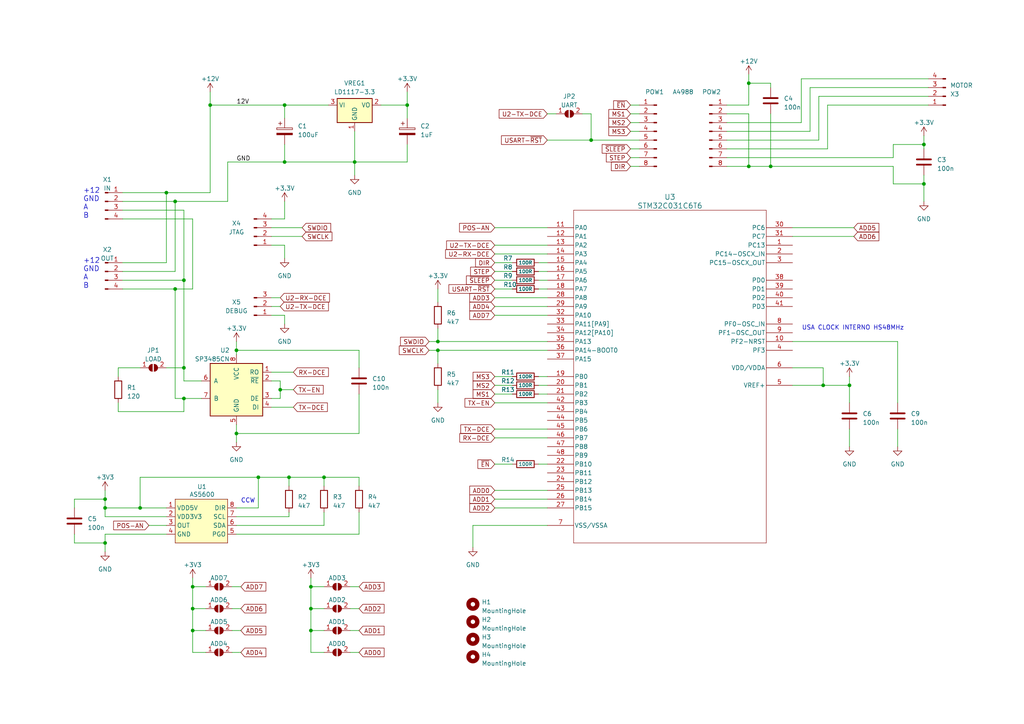
<source format=kicad_sch>
(kicad_sch (version 20230121) (generator eeschema)
  (paper "A4")
  (title_block (title "DRIVER NEMA17") (date "2024-03-25") (company "PROGETTI di Frisoni Emanuele"))
  (lib_symbols
    (symbol "Connector:Conn_01x03_Pin" (pin_names (offset 1.016) hide)
      (property "Reference" "J" (at 0 5.08 0))
      (property "Value" "Conn_01x03_Pin" (at 0 -5.08 0))
      (symbol "Conn_01x03_Pin_1_1"
        (polyline (pts (xy 1.27 -2.54) (xy 0.8636 -2.54)) (stroke (width 0.1524)))
        (polyline (pts (xy 1.27 0) (xy 0.8636 0)) (stroke (width 0.1524)))
        (polyline (pts (xy 1.27 2.54) (xy 0.8636 2.54)) (stroke (width 0.1524)))
        (rectangle (start 0.8636 -2.413) (end 0 -2.667) (stroke (width 0.1524)) (fill (type outline)))
        (rectangle (start 0.8636 0.127) (end 0 -0.127) (stroke (width 0.1524)) (fill (type outline)))
        (rectangle (start 0.8636 2.667) (end 0 2.413) (stroke (width 0.1524)) (fill (type outline)))
        (pin passive line (at 5.08 2.54 180) (length 3.81) (name "Pin_1") (number "1"))
        (pin passive line (at 5.08 0 180) (length 3.81) (name "Pin_2") (number "2"))
        (pin passive line (at 5.08 -2.54 180) (length 3.81) (name "Pin_3") (number "3"))
      )
    )
    (symbol "Connector:Conn_01x04_Pin" (pin_names (offset 1.016) hide)
      (property "Reference" "J" (at 0 5.08 0))
      (property "Value" "Conn_01x04_Pin" (at 0 -7.62 0))
      (symbol "Conn_01x04_Pin_1_1"
        (polyline (pts (xy 1.27 -5.08) (xy 0.8636 -5.08)) (stroke (width 0.1524)))
        (polyline (pts (xy 1.27 -2.54) (xy 0.8636 -2.54)) (stroke (width 0.1524)))
        (polyline (pts (xy 1.27 0) (xy 0.8636 0)) (stroke (width 0.1524)))
        (polyline (pts (xy 1.27 2.54) (xy 0.8636 2.54)) (stroke (width 0.1524)))
        (rectangle (start 0.8636 -4.953) (end 0 -5.207) (stroke (width 0.1524)) (fill (type outline)))
        (rectangle (start 0.8636 -2.413) (end 0 -2.667) (stroke (width 0.1524)) (fill (type outline)))
        (rectangle (start 0.8636 0.127) (end 0 -0.127) (stroke (width 0.1524)) (fill (type outline)))
        (rectangle (start 0.8636 2.667) (end 0 2.413) (stroke (width 0.1524)) (fill (type outline)))
        (pin passive line (at 5.08 2.54 180) (length 3.81) (name "Pin_1") (number "1"))
        (pin passive line (at 5.08 0 180) (length 3.81) (name "Pin_2") (number "2"))
        (pin passive line (at 5.08 -2.54 180) (length 3.81) (name "Pin_3") (number "3"))
        (pin passive line (at 5.08 -5.08 180) (length 3.81) (name "Pin_4") (number "4"))
      )
    )
    (symbol "Connector:Conn_01x08_Pin" (pin_names (offset 1.016) hide)
      (property "Reference" "J" (at 0 10.16 0))
      (property "Value" "Conn_01x08_Pin" (at 0 -12.7 0))
      (symbol "Conn_01x08_Pin_1_1"
        (polyline (pts (xy 1.27 -10.16) (xy 0.8636 -10.16)) (stroke (width 0.1524)))
        (polyline (pts (xy 1.27 -7.62) (xy 0.8636 -7.62)) (stroke (width 0.1524)))
        (polyline (pts (xy 1.27 -5.08) (xy 0.8636 -5.08)) (stroke (width 0.1524)))
        (polyline (pts (xy 1.27 -2.54) (xy 0.8636 -2.54)) (stroke (width 0.1524)))
        (polyline (pts (xy 1.27 0) (xy 0.8636 0)) (stroke (width 0.1524)))
        (polyline (pts (xy 1.27 2.54) (xy 0.8636 2.54)) (stroke (width 0.1524)))
        (polyline (pts (xy 1.27 5.08) (xy 0.8636 5.08)) (stroke (width 0.1524)))
        (polyline (pts (xy 1.27 7.62) (xy 0.8636 7.62)) (stroke (width 0.1524)))
        (rectangle (start 0.8636 -10.033) (end 0 -10.287) (stroke (width 0.1524)) (fill (type outline)))
        (rectangle (start 0.8636 -7.493) (end 0 -7.747) (stroke (width 0.1524)) (fill (type outline)))
        (rectangle (start 0.8636 -4.953) (end 0 -5.207) (stroke (width 0.1524)) (fill (type outline)))
        (rectangle (start 0.8636 -2.413) (end 0 -2.667) (stroke (width 0.1524)) (fill (type outline)))
        (rectangle (start 0.8636 0.127) (end 0 -0.127) (stroke (width 0.1524)) (fill (type outline)))
        (rectangle (start 0.8636 2.667) (end 0 2.413) (stroke (width 0.1524)) (fill (type outline)))
        (rectangle (start 0.8636 5.207) (end 0 4.953) (stroke (width 0.1524)) (fill (type outline)))
        (rectangle (start 0.8636 7.747) (end 0 7.493) (stroke (width 0.1524)) (fill (type outline)))
        (pin passive line (at 5.08 7.62 180) (length 3.81) (name "Pin_1") (number "1"))
        (pin passive line (at 5.08 5.08 180) (length 3.81) (name "Pin_2") (number "2"))
        (pin passive line (at 5.08 2.54 180) (length 3.81) (name "Pin_3") (number "3"))
        (pin passive line (at 5.08 0 180) (length 3.81) (name "Pin_4") (number "4"))
        (pin passive line (at 5.08 -2.54 180) (length 3.81) (name "Pin_5") (number "5"))
        (pin passive line (at 5.08 -5.08 180) (length 3.81) (name "Pin_6") (number "6"))
        (pin passive line (at 5.08 -7.62 180) (length 3.81) (name "Pin_7") (number "7"))
        (pin passive line (at 5.08 -10.16 180) (length 3.81) (name "Pin_8") (number "8"))
      )
    )
    (symbol "Device:C" (pin_numbers hide) (pin_names (offset 0.254))
      (property "Reference" "C" (at 0.635 2.54 0))
      (property "Value" "C" (at 0.635 -2.54 0))
      (symbol "C_0_1"
        (polyline (pts (xy -2.032 -0.762) (xy 2.032 -0.762)) (stroke (width 0.508)))
        (polyline (pts (xy -2.032 0.762) (xy 2.032 0.762)) (stroke (width 0.508)))
      )
      (symbol "C_1_1"
        (pin passive line (at 0 3.81 270) (length 2.794) (name "~") (number "1"))
        (pin passive line (at 0 -3.81 90) (length 2.794) (name "~") (number "2"))
      )
    )
    (symbol "Device:C_Polarized" (pin_numbers hide) (pin_names (offset 0.254))
      (property "Reference" "C" (at 0.635 2.54 0))
      (property "Value" "C_Polarized" (at 0.635 -2.54 0))
      (symbol "C_Polarized_0_1"
        (rectangle (start -2.286 0.508) (end 2.286 1.016))
        (polyline (pts (xy -1.778 2.286) (xy -0.762 2.286)))
        (polyline (pts (xy -1.27 2.794) (xy -1.27 1.778)))
        (rectangle (start 2.286 -0.508) (end -2.286 -1.016) (fill (type outline)))
      )
      (symbol "C_Polarized_1_1"
        (pin passive line (at 0 3.81 270) (length 2.794) (name "~") (number "1"))
        (pin passive line (at 0 -3.81 90) (length 2.794) (name "~") (number "2"))
      )
    )
    (symbol "Device:R" (pin_numbers hide) (pin_names (offset 0))
      (property "Reference" "R" (at 2.032 0 90))
      (property "Value" "R" (at 0 0 90))
      (symbol "R_0_1"
        (rectangle (start -1.016 -2.54) (end 1.016 2.54) (stroke (width 0.254)))
      )
      (symbol "R_1_1"
        (pin passive line (at 0 3.81 270) (length 1.27) (name "~") (number "1"))
        (pin passive line (at 0 -3.81 90) (length 1.27) (name "~") (number "2"))
      )
    )
    (symbol "Interface_UART:SP3485CN" (pin_names (offset 1.016))
      (property "Reference" "U" (at -7.62 8.89 0))
      (property "Value" "SP3485CN" (at 2.54 8.89 0))
      (symbol "SP3485CN_0_1"
        (rectangle (start -7.62 7.62) (end 7.62 -7.62) (stroke (width 0.254)) (fill (type background)))
      )
      (symbol "SP3485CN_1_1"
        (pin output line (at -10.16 5.08 0) (length 2.54) (name "RO") (number "1"))
        (pin input line (at -10.16 2.54 0) (length 2.54) (name "~{RE}") (number "2"))
        (pin input line (at -10.16 -2.54 0) (length 2.54) (name "DE") (number "3"))
        (pin input line (at -10.16 -5.08 0) (length 2.54) (name "DI") (number "4"))
        (pin power_in line (at 0 -10.16 90) (length 2.54) (name "GND") (number "5"))
        (pin bidirectional line (at 10.16 2.54 180) (length 2.54) (name "A") (number "6"))
        (pin bidirectional line (at 10.16 -2.54 180) (length 2.54) (name "B") (number "7"))
        (pin power_in line (at 0 10.16 270) (length 2.54) (name "VCC") (number "8"))
      )
    )
    (symbol "Jumper:SolderJumper_2_Open" (pin_names (offset 0) hide)
      (property "Reference" "JP" (at 0 2.032 0))
      (property "Value" "SolderJumper_2_Open" (at 0 -2.54 0))
      (symbol "SolderJumper_2_Open_0_1"
        (arc (start -0.254 1.016) (mid -1.2656 0) (end -0.254 -1.016))
        (arc (start -0.254 1.016) (mid -1.2656 0) (end -0.254 -1.016) (fill (type outline)))
        (polyline (pts (xy -0.254 1.016) (xy -0.254 -1.016)))
        (polyline (pts (xy 0.254 1.016) (xy 0.254 -1.016)))
        (arc (start 0.254 -1.016) (mid 1.2656 0) (end 0.254 1.016))
        (arc (start 0.254 -1.016) (mid 1.2656 0) (end 0.254 1.016) (fill (type outline)))
      )
      (symbol "SolderJumper_2_Open_1_1"
        (pin passive line (at -3.81 0 0) (length 2.54) (name "A") (number "1"))
        (pin passive line (at 3.81 0 180) (length 2.54) (name "B") (number "2"))
      )
    )
    (symbol "Mechanical:MountingHole" (pin_names (offset 1.016))
      (property "Reference" "H" (at 0 5.08 0))
      (property "Value" "MountingHole" (at 0 3.175 0))
      (symbol "MountingHole_0_1"
        (circle (center 0 0) (radius 1.27) (stroke (width 1.27)))
      )
    )
    (symbol "MyLib:AS5600"
      (property "Reference" "U1" (at 0.1524 8.6868 0))
      (property "Value" "AS5600" (at 0.2032 6.4516 0))
      (symbol "AS5600_1_1"
        (polyline (pts (xy -7.62 5.08) (xy 7.62 5.08) (xy 7.62 -7.62) (xy -7.62 -7.62) (xy -7.62 5.08) (xy -7.62 5.08)) (fill (type background)))
        (pin input line (at -10.16 2.54 0) (length 2.54) (name "VDD5V") (number "1"))
        (pin input line (at -10.16 0 0) (length 2.54) (name "VDD3V3") (number "2"))
        (pin input line (at -10.16 -2.54 0) (length 2.54) (name "OUT") (number "3"))
        (pin input line (at -10.16 -5.08 0) (length 2.54) (name "GND") (number "4"))
        (pin input line (at 10.16 -5.08 180) (length 2.54) (name "PGO") (number "5"))
        (pin input line (at 10.16 -2.54 180) (length 2.54) (name "SDA") (number "6"))
        (pin input line (at 10.16 0 180) (length 2.54) (name "SCL") (number "7"))
        (pin input line (at 10.16 2.54 180) (length 2.54) (name "DIR") (number "8"))
      )
    )
    (symbol "MyLib:STM32C031C6T6" (pin_names (offset 0.254))
      (property "Reference" "U" (at 35.56 10.16 0))
      (property "Value" "STM32C031C6T6" (at 35.56 7.62 0))
      (symbol "STM32C031C6T6_0_1"
        (polyline (pts (xy 7.62 -91.44) (xy 63.5 -91.44)) (stroke (width 0.127)))
        (polyline (pts (xy 7.62 5.08) (xy 7.62 -91.44)) (stroke (width 0.127)))
        (polyline (pts (xy 63.5 -91.44) (xy 63.5 5.08)) (stroke (width 0.127)))
        (polyline (pts (xy 63.5 5.08) (xy 7.62 5.08)) (stroke (width 0.127)))
        (pin bidirectional line (at 71.12 -5.08 180) (length 7.62) (name "PC13") (number "1"))
        (pin bidirectional line (at 71.12 -33.02 180) (length 7.62) (name "PF2-NRST") (number "10"))
        (pin bidirectional line (at 0 0 0) (length 7.62) (name "PA0") (number "11"))
        (pin bidirectional line (at 0 -2.54 0) (length 7.62) (name "PA1") (number "12"))
        (pin bidirectional line (at 0 -5.08 0) (length 7.62) (name "PA2") (number "13"))
        (pin bidirectional line (at 0 -7.62 0) (length 7.62) (name "PA3") (number "14"))
        (pin bidirectional line (at 0 -10.16 0) (length 7.62) (name "PA4") (number "15"))
        (pin bidirectional line (at 0 -12.7 0) (length 7.62) (name "PA5") (number "16"))
        (pin bidirectional line (at 0 -15.24 0) (length 7.62) (name "PA6") (number "17"))
        (pin bidirectional line (at 0 -17.78 0) (length 7.62) (name "PA7") (number "18"))
        (pin bidirectional line (at 0 -43.18 0) (length 7.62) (name "PB0") (number "19"))
        (pin bidirectional line (at 71.12 -7.62 180) (length 7.62) (name "PC14-OSCX_IN") (number "2"))
        (pin bidirectional line (at 0 -45.72 0) (length 7.62) (name "PB1") (number "20"))
        (pin bidirectional line (at 0 -48.26 0) (length 7.62) (name "PB2") (number "21"))
        (pin bidirectional line (at 0 -68.58 0) (length 7.62) (name "PB10") (number "22"))
        (pin bidirectional line (at 0 -71.12 0) (length 7.62) (name "PB11") (number "23"))
        (pin bidirectional line (at 0 -73.66 0) (length 7.62) (name "PB12") (number "24"))
        (pin bidirectional line (at 0 -76.2 0) (length 7.62) (name "PB13") (number "25"))
        (pin bidirectional line (at 0 -78.74 0) (length 7.62) (name "PB14") (number "26"))
        (pin bidirectional line (at 0 -81.28 0) (length 7.62) (name "PB15") (number "27"))
        (pin bidirectional line (at 0 -20.32 0) (length 7.62) (name "PA8") (number "28"))
        (pin bidirectional line (at 0 -22.86 0) (length 7.62) (name "PA9") (number "29"))
        (pin bidirectional line (at 71.12 -10.16 180) (length 7.62) (name "PC15-OSCX_OUT") (number "3"))
        (pin bidirectional line (at 71.12 0 180) (length 7.62) (name "PC6") (number "30"))
        (pin bidirectional line (at 71.12 -2.54 180) (length 7.62) (name "PC7") (number "31"))
        (pin bidirectional line (at 0 -25.4 0) (length 7.62) (name "PA10") (number "32"))
        (pin bidirectional line (at 0 -27.94 0) (length 7.62) (name "PA11[PA9]") (number "33"))
        (pin bidirectional line (at 0 -30.48 0) (length 7.62) (name "PA12[PA10]") (number "34"))
        (pin bidirectional line (at 0 -33.02 0) (length 7.62) (name "PA13") (number "35"))
        (pin bidirectional line (at 0 -35.56 0) (length 7.62) (name "PA14-BOOT0") (number "36"))
        (pin bidirectional line (at 0 -38.1 0) (length 7.62) (name "PA15") (number "37"))
        (pin bidirectional line (at 71.12 -15.24 180) (length 7.62) (name "PD0") (number "38"))
        (pin bidirectional line (at 71.12 -17.78 180) (length 7.62) (name "PD1") (number "39"))
        (pin bidirectional line (at 71.12 -35.56 180) (length 7.62) (name "PF3") (number "4"))
        (pin bidirectional line (at 71.12 -20.32 180) (length 7.62) (name "PD2") (number "40"))
        (pin bidirectional line (at 71.12 -22.86 180) (length 7.62) (name "PD3") (number "41"))
        (pin bidirectional line (at 0 -50.8 0) (length 7.62) (name "PB3") (number "42"))
        (pin bidirectional line (at 0 -53.34 0) (length 7.62) (name "PB4") (number "43"))
        (pin bidirectional line (at 0 -55.88 0) (length 7.62) (name "PB5") (number "44"))
        (pin bidirectional line (at 0 -58.42 0) (length 7.62) (name "PB6") (number "45"))
        (pin bidirectional line (at 0 -60.96 0) (length 7.62) (name "PB7") (number "46"))
        (pin bidirectional line (at 0 -63.5 0) (length 7.62) (name "PB8") (number "47"))
        (pin bidirectional line (at 0 -66.04 0) (length 7.62) (name "PB9") (number "48"))
        (pin power_in line (at 71.12 -45.72 180) (length 7.62) (name "VREF+") (number "5"))
        (pin power_in line (at 71.12 -40.64 180) (length 7.62) (name "VDD/VDDA") (number "6"))
        (pin power_in line (at 0 -86.36 0) (length 7.62) (name "VSS/VSSA") (number "7"))
        (pin bidirectional line (at 71.12 -27.94 180) (length 7.62) (name "PF0-OSC_IN") (number "8"))
        (pin bidirectional line (at 71.12 -30.48 180) (length 7.62) (name "PF1-OSC_OUT") (number "9"))
      )
    )
    (symbol "Regulator_Linear:AMS1117-3.3"
      (property "Reference" "U" (at -3.81 3.175 0))
      (property "Value" "AMS1117-3.3" (at 0 3.175 0))
      (symbol "AMS1117-3.3_0_1"
        (rectangle (start -5.08 -5.08) (end 5.08 1.905) (stroke (width 0.254)) (fill (type background)))
      )
      (symbol "AMS1117-3.3_1_1"
        (pin power_in line (at 0 -7.62 90) (length 2.54) (name "GND") (number "1"))
        (pin power_out line (at 7.62 0 180) (length 2.54) (name "VO") (number "2"))
        (pin power_in line (at -7.62 0 0) (length 2.54) (name "VI") (number "3"))
      )
    )
    (symbol "power:+12V" (power) (pin_names (offset 0))
      (property "Value" "+12V" (at 0 3.556 0))
      (symbol "+12V_0_1"
        (polyline (pts (xy -0.762 1.27) (xy 0 2.54)))
        (polyline (pts (xy 0 0) (xy 0 2.54)))
        (polyline (pts (xy 0 2.54) (xy 0.762 1.27)))
      )
      (symbol "+12V_1_1"
        (pin power_in line (at 0 0 90) (length 0) hide (name "+12V") (number "1"))
      )
    )
    (symbol "power:+3.3V" (power) (pin_names (offset 0))
      (property "Value" "+3.3V" (at 0 3.556 0))
      (symbol "+3.3V_0_1"
        (polyline (pts (xy -0.762 1.27) (xy 0 2.54)))
        (polyline (pts (xy 0 0) (xy 0 2.54)))
        (polyline (pts (xy 0 2.54) (xy 0.762 1.27)))
      )
      (symbol "+3.3V_1_1"
        (pin power_in line (at 0 0 90) (length 0) hide (name "+3.3V") (number "1"))
      )
    )
    (symbol "power:+3V3" (power) (pin_names (offset 0))
      (property "Value" "+3V3" (at 0 3.556 0))
      (symbol "+3V3_0_1"
        (polyline (pts (xy -0.762 1.27) (xy 0 2.54)))
        (polyline (pts (xy 0 0) (xy 0 2.54)))
        (polyline (pts (xy 0 2.54) (xy 0.762 1.27)))
      )
      (symbol "+3V3_1_1"
        (pin power_in line (at 0 0 90) (length 0) hide (name "+3V3") (number "1"))
      )
    )
    (symbol "power:GND" (power) (pin_names (offset 0))
      (property "Value" "GND" (at 0 -3.81 0))
      (symbol "GND_0_1"
        (polyline (pts (xy 0 0) (xy 0 -1.27) (xy 1.27 -1.27) (xy 0 -2.54) (xy -1.27 -1.27) (xy 0 -1.27)))
      )
      (symbol "GND_1_1"
        (pin power_in line (at 0 0 270) (length 0) hide (name "GND") (number "1"))
      )
    )
  )
  (junction (at 127 101.6))
  (junction (at 55.88 176.53))
  (junction (at 217.17 24.13))
  (junction (at 48.26 55.88))
  (junction (at 30.48 147.32))
  (junction (at 246.38 111.76))
  (junction (at 93.98 138.43))
  (junction (at 55.88 170.18))
  (junction (at 223.52 48.26))
  (junction (at 267.97 41.91))
  (junction (at 238.76 111.76))
  (junction (at 82.55 46.99))
  (junction (at 55.88 182.88))
  (junction (at 217.17 48.26))
  (junction (at 90.17 176.53))
  (junction (at 30.48 144.78))
  (junction (at 40.64 147.32))
  (junction (at 82.55 30.48))
  (junction (at 50.8 83.82))
  (junction (at 127 99.06))
  (junction (at 102.87 46.99))
  (junction (at 171.45 40.64))
  (junction (at 53.34 106.68))
  (junction (at 81.28 113.03))
  (junction (at 53.34 115.57))
  (junction (at 90.17 182.88))
  (junction (at 118.11 30.48))
  (junction (at 83.82 138.43))
  (junction (at 53.34 81.28))
  (junction (at 68.58 125.73))
  (junction (at 267.97 53.34))
  (junction (at 60.96 30.48))
  (junction (at 74.93 138.43))
  (junction (at 90.17 170.18))
  (junction (at 50.8 58.42))
  (junction (at 30.48 157.48))
  (junction (at 68.58 101.6))
  (wire (pts (xy 104.14 140.97) (xy 104.14 138.43)))
  (wire (pts (xy 78.74 88.9) (xy 81.28 88.9)))
  (wire (pts (xy 53.34 106.68) (xy 48.26 106.68)))
  (wire (pts (xy 74.93 138.43) (xy 40.64 138.43)))
  (wire (pts (xy 171.45 33.02) (xy 171.45 40.64)))
  (wire (pts (xy 229.87 99.06) (xy 260.35 99.06)))
  (wire (pts (xy 93.98 152.4) (xy 93.98 148.59)))
  (wire (pts (xy 69.85 176.53) (xy 67.31 176.53)))
  (wire (pts (xy 168.91 33.02) (xy 171.45 33.02)))
  (wire (pts (xy 104.14 148.59) (xy 104.14 154.94)))
  (wire (pts (xy 81.28 113.03) (xy 81.28 115.57)))
  (wire (pts (xy 69.85 182.88) (xy 67.31 182.88)))
  (wire (pts (xy 90.17 176.53) (xy 90.17 182.88)))
  (wire (pts (xy 50.8 115.57) (xy 50.8 83.82)))
  (wire (pts (xy 137.16 152.4) (xy 137.16 158.75)))
  (wire (pts (xy 143.51 78.74) (xy 148.59 78.74)))
  (wire (pts (xy 90.17 182.88) (xy 90.17 189.23)))
  (wire (pts (xy 48.26 55.88) (xy 48.26 76.2)))
  (wire (pts (xy 55.88 182.88) (xy 55.88 189.23)))
  (wire (pts (xy 210.82 30.48) (xy 217.17 30.48)))
  (wire (pts (xy 82.55 71.12) (xy 82.55 74.93)))
  (wire (pts (xy 210.82 45.72) (xy 259.08 45.72)))
  (wire (pts (xy 83.82 149.86) (xy 83.82 148.59)))
  (wire (pts (xy 102.87 46.99) (xy 118.11 46.99)))
  (wire (pts (xy 40.64 147.32) (xy 48.26 147.32)))
  (wire (pts (xy 104.14 182.88) (xy 101.6 182.88)))
  (wire (pts (xy 143.51 71.12) (xy 158.75 71.12)))
  (wire (pts (xy 68.58 101.6) (xy 68.58 102.87)))
  (wire (pts (xy 156.21 109.22) (xy 158.75 109.22)))
  (wire (pts (xy 55.88 189.23) (xy 59.69 189.23)))
  (wire (pts (xy 78.74 66.04) (xy 87.63 66.04)))
  (wire (pts (xy 210.82 33.02) (xy 217.17 33.02)))
  (wire (pts (xy 143.51 142.24) (xy 158.75 142.24)))
  (wire (pts (xy 40.64 106.68) (xy 34.29 106.68)))
  (wire (pts (xy 171.45 40.64) (xy 185.42 40.64)))
  (wire (pts (xy 210.82 38.1) (xy 234.95 38.1)))
  (wire (pts (xy 143.51 134.62) (xy 148.59 134.62)))
  (wire (pts (xy 124.46 99.06) (xy 127 99.06)))
  (wire (pts (xy 104.14 125.73) (xy 104.14 114.3)))
  (wire (pts (xy 104.14 170.18) (xy 101.6 170.18)))
  (wire (pts (xy 55.88 167.64) (xy 55.88 170.18)))
  (wire (pts (xy 21.59 157.48) (xy 30.48 157.48)))
  (wire (pts (xy 83.82 140.97) (xy 83.82 138.43)))
  (wire (pts (xy 30.48 149.86) (xy 30.48 147.32)))
  (wire (pts (xy 35.56 60.96) (xy 53.34 60.96)))
  (wire (pts (xy 143.51 127) (xy 158.75 127)))
  (wire (pts (xy 78.74 107.95) (xy 85.09 107.95)))
  (wire (pts (xy 156.21 114.3) (xy 158.75 114.3)))
  (wire (pts (xy 95.25 30.48) (xy 82.55 30.48)))
  (wire (pts (xy 267.97 53.34) (xy 259.08 53.34)))
  (wire (pts (xy 246.38 111.76) (xy 246.38 116.84)))
  (wire (pts (xy 50.8 78.74) (xy 35.56 78.74)))
  (wire (pts (xy 90.17 167.64) (xy 90.17 170.18)))
  (wire (pts (xy 143.51 124.46) (xy 158.75 124.46)))
  (wire (pts (xy 53.34 81.28) (xy 35.56 81.28)))
  (wire (pts (xy 156.21 78.74) (xy 158.75 78.74)))
  (wire (pts (xy 118.11 26.67) (xy 118.11 30.48)))
  (wire (pts (xy 217.17 33.02) (xy 217.17 48.26)))
  (wire (pts (xy 50.8 83.82) (xy 55.88 83.82)))
  (wire (pts (xy 82.55 30.48) (xy 82.55 34.29)))
  (wire (pts (xy 259.08 41.91) (xy 267.97 41.91)))
  (wire (pts (xy 53.34 119.38) (xy 34.29 119.38)))
  (wire (pts (xy 267.97 50.8) (xy 267.97 53.34)))
  (wire (pts (xy 90.17 170.18) (xy 90.17 176.53)))
  (wire (pts (xy 78.74 68.58) (xy 87.63 68.58)))
  (wire (pts (xy 127 95.25) (xy 127 99.06)))
  (wire (pts (xy 53.34 115.57) (xy 53.34 119.38)))
  (wire (pts (xy 55.88 63.5) (xy 35.56 63.5)))
  (wire (pts (xy 104.14 154.94) (xy 68.58 154.94)))
  (wire (pts (xy 143.51 111.76) (xy 148.59 111.76)))
  (wire (pts (xy 30.48 157.48) (xy 30.48 160.02)))
  (wire (pts (xy 223.52 25.4) (xy 223.52 24.13)))
  (wire (pts (xy 66.04 58.42) (xy 66.04 46.99)))
  (wire (pts (xy 158.75 40.64) (xy 171.45 40.64)))
  (wire (pts (xy 43.18 152.4) (xy 48.26 152.4)))
  (wire (pts (xy 104.14 189.23) (xy 101.6 189.23)))
  (wire (pts (xy 210.82 35.56) (xy 232.41 35.56)))
  (wire (pts (xy 74.93 138.43) (xy 74.93 147.32)))
  (wire (pts (xy 229.87 106.68) (xy 238.76 106.68)))
  (wire (pts (xy 238.76 111.76) (xy 246.38 111.76)))
  (wire (pts (xy 102.87 46.99) (xy 102.87 38.1)))
  (wire (pts (xy 217.17 24.13) (xy 223.52 24.13)))
  (wire (pts (xy 234.95 25.4) (xy 269.24 25.4)))
  (wire (pts (xy 81.28 113.03) (xy 85.09 113.03)))
  (wire (pts (xy 53.34 106.68) (xy 53.34 81.28)))
  (wire (pts (xy 143.51 86.36) (xy 158.75 86.36)))
  (wire (pts (xy 78.74 63.5) (xy 82.55 63.5)))
  (wire (pts (xy 66.04 46.99) (xy 82.55 46.99)))
  (wire (pts (xy 48.26 154.94) (xy 30.48 154.94)))
  (wire (pts (xy 82.55 30.48) (xy 60.96 30.48)))
  (wire (pts (xy 246.38 109.22) (xy 246.38 111.76)))
  (wire (pts (xy 60.96 26.67) (xy 60.96 30.48)))
  (wire (pts (xy 182.88 30.48) (xy 185.42 30.48)))
  (wire (pts (xy 182.88 48.26) (xy 185.42 48.26)))
  (wire (pts (xy 78.74 110.49) (xy 81.28 110.49)))
  (wire (pts (xy 40.64 138.43) (xy 40.64 147.32)))
  (wire (pts (xy 68.58 147.32) (xy 74.93 147.32)))
  (wire (pts (xy 53.34 115.57) (xy 50.8 115.57)))
  (wire (pts (xy 143.51 116.84) (xy 158.75 116.84)))
  (wire (pts (xy 55.88 176.53) (xy 59.69 176.53)))
  (wire (pts (xy 81.28 110.49) (xy 81.28 113.03)))
  (wire (pts (xy 21.59 147.32) (xy 21.59 144.78)))
  (wire (pts (xy 237.49 27.94) (xy 269.24 27.94)))
  (wire (pts (xy 55.88 176.53) (xy 55.88 182.88)))
  (wire (pts (xy 110.49 30.48) (xy 118.11 30.48)))
  (wire (pts (xy 127 101.6) (xy 127 105.41)))
  (wire (pts (xy 127 99.06) (xy 158.75 99.06)))
  (wire (pts (xy 48.26 149.86) (xy 30.48 149.86)))
  (wire (pts (xy 48.26 55.88) (xy 60.96 55.88)))
  (wire (pts (xy 35.56 83.82) (xy 50.8 83.82)))
  (wire (pts (xy 182.88 35.56) (xy 185.42 35.56)))
  (wire (pts (xy 55.88 170.18) (xy 59.69 170.18)))
  (wire (pts (xy 217.17 48.26) (xy 210.82 48.26)))
  (wire (pts (xy 143.51 73.66) (xy 158.75 73.66)))
  (wire (pts (xy 90.17 176.53) (xy 93.98 176.53)))
  (wire (pts (xy 118.11 41.91) (xy 118.11 46.99)))
  (wire (pts (xy 58.42 110.49) (xy 53.34 110.49)))
  (wire (pts (xy 68.58 149.86) (xy 83.82 149.86)))
  (wire (pts (xy 127 113.03) (xy 127 116.84)))
  (wire (pts (xy 55.88 182.88) (xy 59.69 182.88)))
  (wire (pts (xy 35.56 55.88) (xy 48.26 55.88)))
  (wire (pts (xy 83.82 138.43) (xy 93.98 138.43)))
  (wire (pts (xy 260.35 99.06) (xy 260.35 116.84)))
  (wire (pts (xy 210.82 40.64) (xy 237.49 40.64)))
  (wire (pts (xy 30.48 144.78) (xy 30.48 147.32)))
  (wire (pts (xy 143.51 144.78) (xy 158.75 144.78)))
  (wire (pts (xy 143.51 147.32) (xy 158.75 147.32)))
  (wire (pts (xy 93.98 138.43) (xy 104.14 138.43)))
  (wire (pts (xy 53.34 60.96) (xy 53.34 81.28)))
  (wire (pts (xy 143.51 109.22) (xy 148.59 109.22)))
  (wire (pts (xy 35.56 58.42) (xy 50.8 58.42)))
  (wire (pts (xy 182.88 43.18) (xy 185.42 43.18)))
  (wire (pts (xy 234.95 38.1) (xy 234.95 25.4)))
  (wire (pts (xy 68.58 99.06) (xy 68.58 101.6)))
  (wire (pts (xy 240.03 30.48) (xy 269.24 30.48)))
  (wire (pts (xy 124.46 101.6) (xy 127 101.6)))
  (wire (pts (xy 158.75 33.02) (xy 161.29 33.02)))
  (wire (pts (xy 137.16 152.4) (xy 158.75 152.4)))
  (wire (pts (xy 68.58 125.73) (xy 104.14 125.73)))
  (wire (pts (xy 78.74 91.44) (xy 82.55 91.44)))
  (wire (pts (xy 240.03 43.18) (xy 240.03 30.48)))
  (wire (pts (xy 143.51 76.2) (xy 148.59 76.2)))
  (wire (pts (xy 127 101.6) (xy 158.75 101.6)))
  (wire (pts (xy 69.85 189.23) (xy 67.31 189.23)))
  (wire (pts (xy 118.11 34.29) (xy 118.11 30.48)))
  (wire (pts (xy 267.97 53.34) (xy 267.97 58.42)))
  (wire (pts (xy 229.87 68.58) (xy 247.65 68.58)))
  (wire (pts (xy 232.41 35.56) (xy 232.41 22.86)))
  (wire (pts (xy 104.14 176.53) (xy 101.6 176.53)))
  (wire (pts (xy 259.08 48.26) (xy 223.52 48.26)))
  (wire (pts (xy 78.74 118.11) (xy 85.09 118.11)))
  (wire (pts (xy 68.58 101.6) (xy 104.14 101.6)))
  (wire (pts (xy 238.76 106.68) (xy 238.76 111.76)))
  (wire (pts (xy 259.08 53.34) (xy 259.08 48.26)))
  (wire (pts (xy 237.49 40.64) (xy 237.49 27.94)))
  (wire (pts (xy 259.08 45.72) (xy 259.08 41.91)))
  (wire (pts (xy 90.17 170.18) (xy 93.98 170.18)))
  (wire (pts (xy 68.58 125.73) (xy 68.58 128.27)))
  (wire (pts (xy 143.51 114.3) (xy 148.59 114.3)))
  (wire (pts (xy 82.55 63.5) (xy 82.55 58.42)))
  (wire (pts (xy 48.26 76.2) (xy 35.56 76.2)))
  (wire (pts (xy 260.35 124.46) (xy 260.35 129.54)))
  (wire (pts (xy 246.38 124.46) (xy 246.38 129.54)))
  (wire (pts (xy 78.74 86.36) (xy 81.28 86.36)))
  (wire (pts (xy 90.17 182.88) (xy 93.98 182.88)))
  (wire (pts (xy 182.88 38.1) (xy 185.42 38.1)))
  (wire (pts (xy 143.51 81.28) (xy 148.59 81.28)))
  (wire (pts (xy 30.48 154.94) (xy 30.48 157.48)))
  (wire (pts (xy 34.29 119.38) (xy 34.29 116.84)))
  (wire (pts (xy 238.76 111.76) (xy 229.87 111.76)))
  (wire (pts (xy 82.55 91.44) (xy 82.55 93.98)))
  (wire (pts (xy 93.98 140.97) (xy 93.98 138.43)))
  (wire (pts (xy 232.41 22.86) (xy 269.24 22.86)))
  (wire (pts (xy 229.87 66.04) (xy 247.65 66.04)))
  (wire (pts (xy 143.51 83.82) (xy 148.59 83.82)))
  (wire (pts (xy 182.88 45.72) (xy 185.42 45.72)))
  (wire (pts (xy 104.14 101.6) (xy 104.14 106.68)))
  (wire (pts (xy 267.97 41.91) (xy 267.97 43.18)))
  (wire (pts (xy 50.8 58.42) (xy 50.8 78.74)))
  (wire (pts (xy 60.96 30.48) (xy 60.96 55.88)))
  (wire (pts (xy 217.17 21.59) (xy 217.17 24.13)))
  (wire (pts (xy 30.48 142.24) (xy 30.48 144.78)))
  (wire (pts (xy 55.88 83.82) (xy 55.88 63.5)))
  (wire (pts (xy 69.85 170.18) (xy 67.31 170.18)))
  (wire (pts (xy 156.21 134.62) (xy 158.75 134.62)))
  (wire (pts (xy 102.87 46.99) (xy 102.87 50.8)))
  (wire (pts (xy 156.21 111.76) (xy 158.75 111.76)))
  (wire (pts (xy 68.58 152.4) (xy 93.98 152.4)))
  (wire (pts (xy 55.88 170.18) (xy 55.88 176.53)))
  (wire (pts (xy 68.58 123.19) (xy 68.58 125.73)))
  (wire (pts (xy 223.52 48.26) (xy 217.17 48.26)))
  (wire (pts (xy 143.51 91.44) (xy 158.75 91.44)))
  (wire (pts (xy 267.97 39.37) (xy 267.97 41.91)))
  (wire (pts (xy 143.51 66.04) (xy 158.75 66.04)))
  (wire (pts (xy 217.17 24.13) (xy 217.17 30.48)))
  (wire (pts (xy 21.59 144.78) (xy 30.48 144.78)))
  (wire (pts (xy 78.74 71.12) (xy 82.55 71.12)))
  (wire (pts (xy 81.28 115.57) (xy 78.74 115.57)))
  (wire (pts (xy 156.21 76.2) (xy 158.75 76.2)))
  (wire (pts (xy 82.55 46.99) (xy 102.87 46.99)))
  (wire (pts (xy 34.29 106.68) (xy 34.29 109.22)))
  (wire (pts (xy 30.48 147.32) (xy 40.64 147.32)))
  (wire (pts (xy 143.51 88.9) (xy 158.75 88.9)))
  (wire (pts (xy 90.17 189.23) (xy 93.98 189.23)))
  (wire (pts (xy 210.82 43.18) (xy 240.03 43.18)))
  (wire (pts (xy 223.52 33.02) (xy 223.52 48.26)))
  (wire (pts (xy 156.21 81.28) (xy 158.75 81.28)))
  (wire (pts (xy 82.55 46.99) (xy 82.55 41.91)))
  (wire (pts (xy 83.82 138.43) (xy 74.93 138.43)))
  (wire (pts (xy 127 83.82) (xy 127 87.63)))
  (wire (pts (xy 156.21 83.82) (xy 158.75 83.82)))
  (wire (pts (xy 50.8 58.42) (xy 66.04 58.42)))
  (wire (pts (xy 21.59 154.94) (xy 21.59 157.48)))
  (wire (pts (xy 182.88 33.02) (xy 185.42 33.02)))
  (wire (pts (xy 53.34 110.49) (xy 53.34 106.68)))
  (wire (pts (xy 58.42 115.57) (xy 53.34 115.57)))
  (text "CCW" (at 69.85 146.05 0) (effects (font (size 1.27 1.27)) (justify left bottom)))
  (text "+12\nGND\nA\nB" (at 24.13 63.5 0) (effects (font (size 1.5 1.5)) (justify left bottom)))
  (text "+12\nGND\nA\nB" (at 24.13 83.82 0) (effects (font (size 1.5 1.5)) (justify left bottom)))
  (text "USA CLOCK INTERNO HS48MHz" (at 232.5581 95.9106 0) (effects (font (size 1.27 1.27)) (justify left bottom)))
  (label "GND" (at 68.58 46.99 0))
  (label "12V" (at 68.58 30.48 0))
  (global_label "STEP" (shape input) (at 182.88 45.72 180) (property "Intersheetrefs" "${INTERSHEET_REFS}" (effects hide)))
  (global_label "ADD0" (shape input) (at 143.51 142.24 180) (property "Intersheetrefs" "${INTERSHEET_REFS}" (effects hide)))
  (global_label "MS2" (shape input) (at 143.51 111.76 180) (property "Intersheetrefs" "${INTERSHEET_REFS}" (effects hide)))
  (global_label "U2-RX-DCE" (shape input) (at 81.28 86.36 0) (property "Intersheetrefs" "${INTERSHEET_REFS}" (effects hide)))
  (global_label "POS-AN" (shape input) (at 143.51 66.04 180) (property "Intersheetrefs" "${INTERSHEET_REFS}" (effects hide)))
  (global_label "ADD2" (shape input) (at 104.14 176.53 0) (property "Intersheetrefs" "${INTERSHEET_REFS}" (effects hide)))
  (global_label "U2-RX-DCE" (shape input) (at 143.51 73.66 180) (property "Intersheetrefs" "${INTERSHEET_REFS}" (effects hide)))
  (global_label "U2-TX-DCE" (shape input) (at 81.28 88.9 0) (property "Intersheetrefs" "${INTERSHEET_REFS}" (effects hide)))
  (global_label "TX-EN" (shape input) (at 143.51 116.84 180) (property "Intersheetrefs" "${INTERSHEET_REFS}" (effects hide)))
  (global_label "DIR" (shape input) (at 182.88 48.26 180) (property "Intersheetrefs" "${INTERSHEET_REFS}" (effects hide)))
  (global_label "DIR" (shape input) (at 143.51 76.2 180) (property "Intersheetrefs" "${INTERSHEET_REFS}" (effects hide)))
  (global_label "ADD6" (shape input) (at 69.85 176.53 0) (property "Intersheetrefs" "${INTERSHEET_REFS}" (effects hide)))
  (global_label "MS1" (shape input) (at 143.51 114.3 180) (property "Intersheetrefs" "${INTERSHEET_REFS}" (effects hide)))
  (global_label "ADD3" (shape input) (at 143.51 86.36 180) (property "Intersheetrefs" "${INTERSHEET_REFS}" (effects hide)))
  (global_label "MS2" (shape input) (at 182.88 35.56 180) (property "Intersheetrefs" "${INTERSHEET_REFS}" (effects hide)))
  (global_label "STEP" (shape input) (at 143.51 78.74 180) (property "Intersheetrefs" "${INTERSHEET_REFS}" (effects hide)))
  (global_label "ADD1" (shape input) (at 143.51 144.78 180) (property "Intersheetrefs" "${INTERSHEET_REFS}" (effects hide)))
  (global_label "MS3" (shape input) (at 143.51 109.22 180) (property "Intersheetrefs" "${INTERSHEET_REFS}" (effects hide)))
  (global_label "USART-~{RST}" (shape input) (at 143.51 83.82 180) (property "Intersheetrefs" "${INTERSHEET_REFS}" (effects hide)))
  (global_label "U2-TX-DCE" (shape input) (at 158.75 33.02 180) (property "Intersheetrefs" "${INTERSHEET_REFS}" (effects hide)))
  (global_label "MS1" (shape input) (at 182.88 33.02 180) (property "Intersheetrefs" "${INTERSHEET_REFS}" (effects hide)))
  (global_label "SWDIO" (shape input) (at 124.46 99.06 180) (property "Intersheetrefs" "${INTERSHEET_REFS}" (effects hide)))
  (global_label "ADD4" (shape input) (at 143.51 88.9 180) (property "Intersheetrefs" "${INTERSHEET_REFS}" (effects hide)))
  (global_label "RX-DCE" (shape input) (at 143.51 127 180) (property "Intersheetrefs" "${INTERSHEET_REFS}" (effects hide)))
  (global_label "ADD7" (shape input) (at 143.51 91.44 180) (property "Intersheetrefs" "${INTERSHEET_REFS}" (effects hide)))
  (global_label "ADD0" (shape input) (at 104.14 189.23 0) (property "Intersheetrefs" "${INTERSHEET_REFS}" (effects hide)))
  (global_label "RX-DCE" (shape input) (at 85.09 107.95 0) (property "Intersheetrefs" "${INTERSHEET_REFS}" (effects hide)))
  (global_label "ADD4" (shape input) (at 69.85 189.23 0) (property "Intersheetrefs" "${INTERSHEET_REFS}" (effects hide)))
  (global_label "SWDIO" (shape input) (at 87.63 66.04 0) (property "Intersheetrefs" "${INTERSHEET_REFS}" (effects hide)))
  (global_label "ADD5" (shape input) (at 69.85 182.88 0) (property "Intersheetrefs" "${INTERSHEET_REFS}" (effects hide)))
  (global_label "~{EN}" (shape input) (at 143.51 134.62 180) (property "Intersheetrefs" "${INTERSHEET_REFS}" (effects hide)))
  (global_label "TX-DCE" (shape input) (at 85.09 118.11 0) (property "Intersheetrefs" "${INTERSHEET_REFS}" (effects hide)))
  (global_label "ADD2" (shape input) (at 143.51 147.32 180) (property "Intersheetrefs" "${INTERSHEET_REFS}" (effects hide)))
  (global_label "SWCLK" (shape input) (at 87.63 68.58 0) (property "Intersheetrefs" "${INTERSHEET_REFS}" (effects hide)))
  (global_label "SWCLK" (shape input) (at 124.46 101.6 180) (property "Intersheetrefs" "${INTERSHEET_REFS}" (effects hide)))
  (global_label "U2-TX-DCE" (shape input) (at 143.51 71.12 180) (property "Intersheetrefs" "${INTERSHEET_REFS}" (effects hide)))
  (global_label "TX-EN" (shape input) (at 85.09 113.03 0) (property "Intersheetrefs" "${INTERSHEET_REFS}" (effects hide)))
  (global_label "~{SLEEP}" (shape input) (at 143.51 81.28 180) (property "Intersheetrefs" "${INTERSHEET_REFS}" (effects hide)))
  (global_label "ADD3" (shape input) (at 104.14 170.18 0) (property "Intersheetrefs" "${INTERSHEET_REFS}" (effects hide)))
  (global_label "ADD7" (shape input) (at 69.85 170.18 0) (property "Intersheetrefs" "${INTERSHEET_REFS}" (effects hide)))
  (global_label "MS3" (shape input) (at 182.88 38.1 180) (property "Intersheetrefs" "${INTERSHEET_REFS}" (effects hide)))
  (global_label "POS-AN" (shape input) (at 43.18 152.4 180) (property "Intersheetrefs" "${INTERSHEET_REFS}" (effects hide)))
  (global_label "~{EN}" (shape input) (at 182.88 30.48 180) (property "Intersheetrefs" "${INTERSHEET_REFS}" (effects hide)))
  (global_label "ADD5" (shape input) (at 247.65 66.04 0) (property "Intersheetrefs" "${INTERSHEET_REFS}" (effects hide)))
  (global_label "~{SLEEP}" (shape input) (at 182.88 43.18 180) (property "Intersheetrefs" "${INTERSHEET_REFS}" (effects hide)))
  (global_label "TX-DCE" (shape input) (at 143.51 124.46 180) (property "Intersheetrefs" "${INTERSHEET_REFS}" (effects hide)))
  (global_label "USART-~{RST}" (shape input) (at 158.75 40.64 180) (property "Intersheetrefs" "${INTERSHEET_REFS}" (effects hide)))
  (global_label "ADD6" (shape input) (at 247.65 68.58 0) (property "Intersheetrefs" "${INTERSHEET_REFS}" (effects hide)))
  (global_label "ADD1" (shape input) (at 104.14 182.88 0) (property "Intersheetrefs" "${INTERSHEET_REFS}" (effects hide)))
  (symbol (lib_id "power:GND") (at 82.55 93.98 0) (unit 1)
    (property "Reference" "#PWR019" (effects hide))
    (property "Value" "GND" (at 82.55 99.06 0))
  )
  (symbol (lib_id "power:+3.3V") (at 82.55 58.42 0) (unit 1)
    (property "Reference" "#PWR017" (effects hide))
    (property "Value" "+3.3V" (at 82.55 54.61 0))
  )
  (symbol (lib_id "power:GND") (at 137.16 158.75 0) (unit 1)
    (property "Reference" "#PWR013" (effects hide))
    (property "Value" "GND" (at 137.16 163.83 0))
  )
  (symbol (lib_id "Device:C") (at 260.35 120.65 0) (unit 1)
    (property "Reference" "C9" (at 264.16 120.015 0) (effects (justify left)))
    (property "Value" "100n" (at 264.16 122.555 0) (effects (justify left)))
    (property "Footprint" "Capacitor_SMD:C_0603_1608Metric" (effects hide))
  )
  (symbol (lib_id "Device:R") (at 152.4 76.2 90) (unit 1)
    (property "Reference" "R7" (at 147.32 74.93 90))
    (property "Value" "100R" (at 152.4 76.2 90) (effects (font (size 1 1))))
    (property "Footprint" "Resistor_SMD:R_0603_1608Metric" (effects hide))
  )
  (symbol (lib_id "power:GND") (at 102.87 50.8 0) (unit 1)
    (property "Reference" "#PWR03" (effects hide))
    (property "Value" "GND" (at 102.87 55.88 0))
  )
  (symbol (lib_id "Mechanical:MountingHole") (at 137.16 190.5 0) (unit 1)
    (property "Reference" "H4" (at 139.7 189.865 0) (effects (justify left)))
    (property "Value" "MountingHole" (at 139.7 192.405 0) (effects (justify left)))
    (property "Footprint" "MountingHole:MountingHole_3.5mm" (effects hide))
  )
  (symbol (lib_id "Device:R") (at 152.4 78.74 90) (unit 1)
    (property "Reference" "R8" (at 147.32 77.47 90))
    (property "Value" "100R" (at 152.4 78.74 90) (effects (font (size 1 1))))
    (property "Footprint" "Resistor_SMD:R_0603_1608Metric" (effects hide))
  )
  (symbol (lib_id "power:+3V3") (at 30.48 142.24 0) (unit 1)
    (property "Reference" "#PWR09" (effects hide))
    (property "Value" "+3V3" (at 30.48 138.43 0))
  )
  (symbol (lib_id "Device:C") (at 104.14 110.49 0) (unit 1)
    (property "Reference" "C10" (at 107.95 109.855 0) (effects (justify left)))
    (property "Value" "100n" (at 107.95 112.395 0) (effects (justify left)))
    (property "Footprint" "Capacitor_SMD:C_0603_1608Metric" (effects hide))
  )
  (symbol (lib_id "Device:C_Polarized") (at 118.11 38.1 0) (unit 1)
    (property "Reference" "C2" (at 121.92 36.576 0) (effects (justify left)))
    (property "Value" "1uF" (at 121.92 39.116 0) (effects (justify left)))
    (property "Footprint" "Capacitor_SMD:CP_Elec_4x5.3" (effects hide))
  )
  (symbol (lib_id "Jumper:SolderJumper_2_Open") (at 97.79 182.88 0) (unit 1)
    (property "Reference" "JP9" (effects hide))
    (property "Value" "ADD1" (at 100.33 180.34 0) (effects (justify right)))
    (property "Footprint" "Jumper:SolderJumper-2_P1.3mm_Open_RoundedPad1.0x1.5mm" (effects hide))
  )
  (symbol (lib_id "Device:R") (at 152.4 114.3 90) (unit 1)
    (property "Reference" "R13" (at 147.32 113.03 90))
    (property "Value" "100R" (at 152.4 114.3 90) (effects (font (size 1 1))))
    (property "Footprint" "Resistor_SMD:R_0603_1608Metric" (effects hide))
  )
  (symbol (lib_id "power:GND") (at 68.58 128.27 0) (unit 1)
    (property "Reference" "#PWR04" (effects hide))
    (property "Value" "GND" (at 68.58 133.35 0))
  )
  (symbol (lib_id "power:+12V") (at 217.17 21.59 0) (unit 1)
    (property "Reference" "#PWR08" (effects hide))
    (property "Value" "+12V" (at 217.17 17.78 0))
  )
  (symbol (lib_id "Jumper:SolderJumper_2_Open") (at 97.79 170.18 0) (unit 1)
    (property "Reference" "JP7" (effects hide))
    (property "Value" "ADD3" (at 100.33 167.64 0) (effects (justify right)))
    (property "Footprint" "Jumper:SolderJumper-2_P1.3mm_Open_RoundedPad1.0x1.5mm" (effects hide))
  )
  (symbol (lib_id "power:GND") (at 127 116.84 0) (unit 1)
    (property "Reference" "#PWR015" (effects hide))
    (property "Value" "GND" (at 127 121.92 0))
  )
  (symbol (lib_id "Mechanical:MountingHole") (at 137.16 185.42 0) (unit 1)
    (property "Reference" "H3" (at 139.7 184.785 0) (effects (justify left)))
    (property "Value" "MountingHole" (at 139.7 187.325 0) (effects (justify left)))
    (property "Footprint" "MountingHole:MountingHole_3.5mm" (effects hide))
  )
  (symbol (lib_id "Jumper:SolderJumper_2_Open") (at 44.45 106.68 0) (unit 1)
    (property "Reference" "JP1" (at 44.45 101.6 0))
    (property "Value" "LOAD" (at 44.45 104.14 0))
    (property "Footprint" "Jumper:SolderJumper-2_P1.3mm_Open_RoundedPad1.0x1.5mm" (effects hide))
  )
  (symbol (lib_id "Jumper:SolderJumper_2_Open") (at 97.79 176.53 0) (unit 1)
    (property "Reference" "JP8" (effects hide))
    (property "Value" "ADD2" (at 100.33 173.99 0) (effects (justify right)))
    (property "Footprint" "Jumper:SolderJumper-2_P1.3mm_Open_RoundedPad1.0x1.5mm" (effects hide))
  )
  (symbol (lib_id "Connector:Conn_01x08_Pin") (at 205.74 38.1 0) (unit 1)
    (property "Reference" "POW2" (at 206.375 26.67 0))
    (property "Value" "Conn_01x08_Pin" (effects hide))
    (property "Footprint" "Connector_PinSocket_2.54mm:PinSocket_1x08_P2.54mm_Vertical" (effects hide))
  )
  (symbol (lib_id "Device:C") (at 267.97 46.99 0) (unit 1)
    (property "Reference" "C3" (at 271.78 46.355 0) (effects (justify left)))
    (property "Value" "100n" (at 271.78 48.895 0) (effects (justify left)))
    (property "Footprint" "Capacitor_SMD:C_0603_1608Metric" (effects hide))
  )
  (symbol (lib_id "Jumper:SolderJumper_2_Open") (at 165.1 33.02 0) (unit 1)
    (property "Reference" "JP2" (at 165.1 27.94 0))
    (property "Value" "UART" (at 165.1 30.48 0))
    (property "Footprint" "Jumper:SolderJumper-2_P1.3mm_Open_RoundedPad1.0x1.5mm" (effects hide))
  )
  (symbol (lib_id "Device:C_Polarized") (at 82.55 38.1 0) (unit 1)
    (property "Reference" "C1" (at 86.36 36.576 0) (effects (justify left)))
    (property "Value" "100uF" (at 86.36 39.116 0) (effects (justify left)))
    (property "Footprint" "Capacitor_SMD:CP_Elec_6.3x7.7" (effects hide))
  )
  (symbol (lib_id "power:+3V3") (at 55.88 167.64 0) (unit 1)
    (property "Reference" "#PWR020" (effects hide))
    (property "Value" "+3V3" (at 55.88 163.83 0))
  )
  (symbol (lib_id "power:+3.3V") (at 118.11 26.67 0) (unit 1)
    (property "Reference" "#PWR01" (effects hide))
    (property "Value" "+3.3V" (at 118.11 22.86 0))
  )
  (symbol (lib_id "Device:C") (at 223.52 29.21 0) (unit 1)
    (property "Reference" "C4" (at 227.33 28.575 0) (effects (justify left)))
    (property "Value" "100n" (at 227.33 31.115 0) (effects (justify left)))
    (property "Footprint" "Capacitor_SMD:C_0603_1608Metric" (effects hide))
  )
  (symbol (lib_id "Device:C") (at 21.59 151.13 0) (unit 1)
    (property "Reference" "C5" (at 25.4 150.495 0) (effects (justify left)))
    (property "Value" "100n" (at 25.4 153.035 0) (effects (justify left)))
    (property "Footprint" "Capacitor_SMD:C_0603_1608Metric" (effects hide))
  )
  (symbol (lib_id "power:GND") (at 260.35 129.54 0) (unit 1)
    (property "Reference" "#PWR014" (effects hide))
    (property "Value" "GND" (at 260.35 134.62 0))
  )
  (symbol (lib_id "Connector:Conn_01x04_Pin") (at 274.32 27.94 180) (unit 1)
    (property "Reference" "X3" (at 275.59 27.305 0) (effects (justify right)))
    (property "Value" "MOTOR" (at 275.59 24.765 0) (effects (justify right)))
    (property "Footprint" "MyLib:TBL002A-350-04GR-2OR" (effects hide))
  )
  (symbol (lib_id "Mechanical:MountingHole") (at 137.16 175.26 0) (unit 1)
    (property "Reference" "H1" (at 139.7 174.625 0) (effects (justify left)))
    (property "Value" "MountingHole" (at 139.7 177.165 0) (effects (justify left)))
    (property "Footprint" "MountingHole:MountingHole_3.5mm" (effects hide))
  )
  (symbol (lib_id "Connector:Conn_01x04_Pin") (at 30.48 78.74 0) (unit 1)
    (property "Reference" "X2" (at 31.115 72.39 0))
    (property "Value" "OUT" (at 31.115 74.93 0))
    (property "Footprint" "Connector_PinSocket_2.54mm:PinSocket_1x04_P2.54mm_Vertical" (effects hide))
  )
  (symbol (lib_id "Connector:Conn_01x08_Pin") (at 190.5 38.1 0) (mirror y) (unit 1)
    (property "Reference" "POW1" (at 189.865 26.67 0))
    (property "Value" "A4988" (at 198.12 26.67 0))
    (property "Footprint" "Connector_PinSocket_2.54mm:PinSocket_1x08_P2.54mm_Vertical" (effects hide))
  )
  (symbol (lib_id "Device:C") (at 246.38 120.65 0) (unit 1)
    (property "Reference" "C6" (at 250.19 120.015 0) (effects (justify left)))
    (property "Value" "100n" (at 250.19 122.555 0) (effects (justify left)))
    (property "Footprint" "Capacitor_SMD:C_0603_1608Metric" (effects hide))
  )
  (symbol (lib_id "Device:R") (at 152.4 109.22 90) (unit 1)
    (property "Reference" "R11" (at 147.32 107.95 90))
    (property "Value" "100R" (at 152.4 109.22 90) (effects (font (size 1 1))))
    (property "Footprint" "Resistor_SMD:R_0603_1608Metric" (effects hide))
  )
  (symbol (lib_id "Device:R") (at 152.4 134.62 90) (unit 1)
    (property "Reference" "R14" (at 147.32 133.35 90))
    (property "Value" "100R" (at 152.4 134.62 90) (effects (font (size 1 1))))
    (property "Footprint" "Resistor_SMD:R_0603_1608Metric" (effects hide))
  )
  (symbol (lib_id "Jumper:SolderJumper_2_Open") (at 63.5 182.88 0) (unit 1)
    (property "Reference" "JP5" (effects hide))
    (property "Value" "ADD5" (at 66.04 180.34 0) (effects (justify right)))
    (property "Footprint" "Jumper:SolderJumper-2_P1.3mm_Open_RoundedPad1.0x1.5mm" (effects hide))
  )
  (symbol (lib_id "Device:R") (at 83.82 144.78 0) (unit 1)
    (property "Reference" "R2" (at 86.36 144.145 0) (effects (justify left)))
    (property "Value" "4k7" (at 86.36 146.685 0) (effects (justify left)))
    (property "Footprint" "Resistor_SMD:R_0603_1608Metric" (effects hide))
  )
  (symbol (lib_id "Device:R") (at 152.4 83.82 90) (unit 1)
    (property "Reference" "R10" (at 147.9342 82.5425 90))
    (property "Value" "100R" (at 152.4 83.82 90) (effects (font (size 1 1))))
    (property "Footprint" "Resistor_SMD:R_0603_1608Metric" (effects hide))
  )
  (symbol (lib_id "power:GND") (at 267.97 58.42 0) (unit 1)
    (property "Reference" "#PWR06" (effects hide))
    (property "Value" "GND" (at 267.97 63.5 0))
  )
  (symbol (lib_id "Connector:Conn_01x04_Pin") (at 73.66 68.58 0) (mirror x) (unit 1)
    (property "Reference" "X4" (at 68.58 64.77 0))
    (property "Value" "JTAG" (at 68.58 67.31 0))
    (property "Footprint" "Connector_PinHeader_2.54mm:PinHeader_1x04_P2.54mm_Vertical" (effects hide))
  )
  (symbol (lib_id "power:+3.3V") (at 127 83.82 0) (unit 1)
    (property "Reference" "#PWR018" (effects hide))
    (property "Value" "+3.3V" (at 127 80.01 0))
  )
  (symbol (lib_id "Jumper:SolderJumper_2_Open") (at 63.5 189.23 0) (unit 1)
    (property "Reference" "JP6" (effects hide))
    (property "Value" "ADD4" (at 66.04 186.69 0) (effects (justify right)))
    (property "Footprint" "Jumper:SolderJumper-2_P1.3mm_Open_RoundedPad1.0x1.5mm" (effects hide))
  )
  (symbol (lib_id "power:GND") (at 82.55 74.93 0) (unit 1)
    (property "Reference" "#PWR016" (effects hide))
    (property "Value" "GND" (at 82.55 80.01 0))
  )
  (symbol (lib_id "Connector:Conn_01x04_Pin") (at 30.48 58.42 0) (unit 1)
    (property "Reference" "X1" (at 31.115 52.07 0))
    (property "Value" "IN" (at 31.115 54.61 0))
    (property "Footprint" "Connector_PinSocket_2.54mm:PinSocket_1x04_P2.54mm_Vertical" (effects hide))
  )
  (symbol (lib_id "power:+3.3V") (at 246.38 109.22 0) (unit 1)
    (property "Reference" "#PWR011" (effects hide))
    (property "Value" "+3.3V" (at 246.38 105.41 0))
  )
  (symbol (lib_id "Device:R") (at 127 91.44 0) (unit 1)
    (property "Reference" "R6" (at 129.54 90.805 0) (effects (justify left)))
    (property "Value" "4k7" (at 129.54 93.345 0) (effects (justify left)))
    (property "Footprint" "Resistor_SMD:R_0603_1608Metric" (effects hide))
  )
  (symbol (lib_id "Device:R") (at 152.4 111.76 90) (unit 1)
    (property "Reference" "R12" (at 147.32 110.49 90))
    (property "Value" "100R" (at 152.4 111.76 90) (effects (font (size 1 1))))
    (property "Footprint" "Resistor_SMD:R_0603_1608Metric" (effects hide))
  )
  (symbol (lib_id "MyLib:AS5600") (at 58.42 149.86 0) (unit 1)
    (property "Reference" "U1" (at 58.5724 141.1732 0))
    (property "Value" "AS5600" (at 58.6232 143.4084 0))
    (property "Footprint" "Package_SO:SO-8_3.9x4.9mm_P1.27mm" (effects hide))
  )
  (symbol (lib_id "Device:R") (at 127 109.22 0) (unit 1)
    (property "Reference" "R5" (at 129.54 108.585 0) (effects (justify left)))
    (property "Value" "4k7" (at 129.54 111.125 0) (effects (justify left)))
    (property "Footprint" "Resistor_SMD:R_0603_1608Metric" (effects hide))
  )
  (symbol (lib_id "Interface_UART:SP3485CN") (at 68.58 113.03 0) (mirror y) (unit 1)
    (property "Reference" "U2" (at 66.6241 101.6 0) (effects (justify left)))
    (property "Value" "SP3485CN" (at 66.6241 104.14 0) (effects (justify left)))
    (property "Footprint" "Package_SO:SOIC-8_3.9x4.9mm_P1.27mm" (effects hide))
    (property "Datasheet" "http://www.icbase.com/pdf/SPX/SPX00480106.pdf" (effects hide))
  )
  (symbol (lib_id "Regulator_Linear:AMS1117-3.3") (at 102.87 30.48 0) (unit 1)
    (property "Reference" "VREG1" (at 102.87 24.13 0))
    (property "Value" "LD1117-3.3" (at 102.87 26.67 0))
    (property "Footprint" "Package_TO_SOT_SMD:SOT-223-3_TabPin2" (effects hide))
    (property "Datasheet" "http://www.advanced-monolithic.com/pdf/ds1117.pdf" (effects hide))
  )
  (symbol (lib_id "Mechanical:MountingHole") (at 137.16 180.34 0) (unit 1)
    (property "Reference" "H2" (at 139.7 179.705 0) (effects (justify left)))
    (property "Value" "MountingHole" (at 139.7 182.245 0) (effects (justify left)))
    (property "Footprint" "MountingHole:MountingHole_3.5mm" (effects hide))
  )
  (symbol (lib_id "power:GND") (at 30.48 160.02 0) (unit 1)
    (property "Reference" "#PWR010" (effects hide))
    (property "Value" "GND" (at 30.48 165.1 0))
  )
  (symbol (lib_id "power:+3V3") (at 90.17 167.64 0) (unit 1)
    (property "Reference" "#PWR021" (effects hide))
    (property "Value" "+3V3" (at 90.17 163.83 0))
  )
  (symbol (lib_id "power:+12V") (at 60.96 26.67 0) (unit 1)
    (property "Reference" "#PWR02" (effects hide))
    (property "Value" "+12V" (at 60.96 22.86 0))
  )
  (symbol (lib_id "power:+3.3V") (at 68.58 99.06 0) (unit 1)
    (property "Reference" "#PWR05" (effects hide))
    (property "Value" "+3.3V" (at 68.58 95.25 0))
  )
  (symbol (lib_id "Device:R") (at 93.98 144.78 0) (unit 1)
    (property "Reference" "R3" (at 96.52 144.145 0) (effects (justify left)))
    (property "Value" "4k7" (at 96.52 146.685 0) (effects (justify left)))
    (property "Footprint" "Resistor_SMD:R_0603_1608Metric" (effects hide))
  )
  (symbol (lib_id "Jumper:SolderJumper_2_Open") (at 63.5 176.53 0) (unit 1)
    (property "Reference" "JP4" (effects hide))
    (property "Value" "ADD6" (at 66.04 173.99 0) (effects (justify right)))
    (property "Footprint" "Jumper:SolderJumper-2_P1.3mm_Open_RoundedPad1.0x1.5mm" (effects hide))
  )
  (symbol (lib_id "power:+3.3V") (at 267.97 39.37 0) (unit 1)
    (property "Reference" "#PWR07" (effects hide))
    (property "Value" "+3.3V" (at 267.97 35.56 0))
  )
  (symbol (lib_id "power:GND") (at 246.38 129.54 0) (unit 1)
    (property "Reference" "#PWR012" (effects hide))
    (property "Value" "GND" (at 246.38 134.62 0))
  )
  (symbol (lib_id "MyLib:STM32C031C6T6") (at 158.75 66.04 0) (unit 1)
    (property "Reference" "U3" (at 194.31 57.15 0) (effects (font (size 1.524 1.524))))
    (property "Value" "STM32C031C6T6" (at 194.31 59.69 0) (effects (font (size 1.524 1.524))))
    (property "Footprint" "LQFP48-7x7mm_STM" (effects hide))
    (property "Datasheet" "STM32C031C6T6" (effects hide))
  )
  (symbol (lib_id "Device:R") (at 104.14 144.78 0) (unit 1)
    (property "Reference" "R4" (at 106.68 144.145 0) (effects (justify left)))
    (property "Value" "4k7" (at 106.68 146.685 0) (effects (justify left)))
    (property "Footprint" "Resistor_SMD:R_0603_1608Metric" (effects hide))
  )
  (symbol (lib_id "Jumper:SolderJumper_2_Open") (at 97.79 189.23 0) (unit 1)
    (property "Reference" "JP10" (effects hide))
    (property "Value" "ADD0" (at 100.33 186.69 0) (effects (justify right)))
    (property "Footprint" "Jumper:SolderJumper-2_P1.3mm_Open_RoundedPad1.0x1.5mm" (effects hide))
  )
  (symbol (lib_id "Device:R") (at 152.4 81.28 90) (unit 1)
    (property "Reference" "R9" (at 147.32 80.01 90))
    (property "Value" "100R" (at 152.4 81.28 90) (effects (font (size 1 1))))
    (property "Footprint" "Resistor_SMD:R_0603_1608Metric" (effects hide))
  )
  (symbol (lib_id "Connector:Conn_01x03_Pin") (at 73.66 88.9 0) (mirror x) (unit 1)
    (property "Reference" "X5" (at 68.58 87.63 0))
    (property "Value" "DEBUG" (at 68.58 90.17 0))
    (property "Footprint" "Connector_PinHeader_2.54mm:PinHeader_1x03_P2.54mm_Vertical" (effects hide))
  )
  (symbol (lib_id "Jumper:SolderJumper_2_Open") (at 63.5 170.18 0) (unit 1)
    (property "Reference" "JP3" (effects hide))
    (property "Value" "ADD7" (at 66.04 167.64 0) (effects (justify right)))
    (property "Footprint" "Jumper:SolderJumper-2_P1.3mm_Open_RoundedPad1.0x1.5mm" (effects hide))
  )
  (symbol (lib_id "Device:R") (at 34.29 113.03 0) (unit 1)
    (property "Reference" "R1" (at 36.83 112.395 0) (effects (justify left)))
    (property "Value" "120" (at 36.83 114.935 0) (effects (justify left)))
    (property "Footprint" "Resistor_SMD:R_1206_3216Metric" (effects hide))
  )
)
</source>
